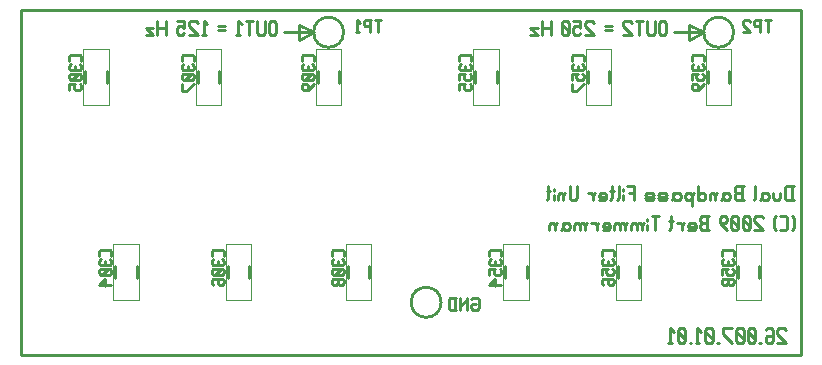
<source format=gbr>
G04 start of page 9 for group -4078 idx -4078 *
G04 Title: 26.007.01.01.01, bottomsilk *
G04 Creator: pcb 20100929 *
G04 CreationDate: Wed Mar 18 07:56:07 2015 UTC *
G04 For: bert *
G04 Format: Gerber/RS-274X *
G04 PCB-Dimensions: 260000 115000 *
G04 PCB-Coordinate-Origin: lower left *
%MOIN*%
%FSLAX25Y25*%
%LNBACKSILK*%
%ADD11C,0.0100*%
%ADD32C,0.0000*%
G54D11*X0Y115000D02*X260000D01*
X97500Y107500D02*X87500D01*
X92500Y110000D02*X97500Y107500D01*
X0Y0D02*Y115000D01*
X260000Y0D02*X0D01*
X97500Y107500D02*X92500Y105000D01*
Y110000D01*
X260000Y115000D02*Y0D01*
X222500Y110000D02*X227500Y107500D01*
X222500Y105000D01*
Y110000D01*
X227500Y107500D02*X217500D01*
X256900Y51500D02*Y56300D01*
X255100D02*X254500Y55700D01*
Y52100D02*Y55700D01*
X255100Y51500D02*X254500Y52100D01*
X255100Y51500D02*X257500D01*
X255100Y56300D02*X257500D01*
X253059Y52100D02*Y53900D01*
Y52100D02*X252459Y51500D01*
X251259D02*X252459D01*
X251259D02*X250659Y52100D01*
Y53900D01*
X247418D02*X246818Y53300D01*
X247418Y53900D02*X248618D01*
X249218Y53300D02*X248618Y53900D01*
X249218Y52100D02*Y53300D01*
Y52100D02*X248618Y51500D01*
X246818Y52100D02*Y53900D01*
Y52100D02*X246218Y51500D01*
X247418D02*X248618D01*
X247418D02*X246818Y52100D01*
X244777D02*Y56300D01*
Y52100D02*X244177Y51500D01*
X238416D02*X240816D01*
X238416D02*X237816Y52100D01*
Y53300D01*
X238416Y53900D02*X237816Y53300D01*
X238416Y53900D02*X240216D01*
Y51500D02*Y56300D01*
X238416D02*X240816D01*
X238416D02*X237816Y55700D01*
Y54500D02*Y55700D01*
X238416Y53900D02*X237816Y54500D01*
X234574Y53900D02*X233974Y53300D01*
X234574Y53900D02*X235774D01*
X236374Y53300D02*X235774Y53900D01*
X236374Y52100D02*Y53300D01*
Y52100D02*X235774Y51500D01*
X233974Y52100D02*Y53900D01*
Y52100D02*X233374Y51500D01*
X234574D02*X235774D01*
X234574D02*X233974Y52100D01*
X231333Y51500D02*Y53300D01*
X230733Y53900D01*
X230133D02*X230733D01*
X230133D02*X229533Y53300D01*
Y51500D02*Y53300D01*
X231933Y53900D02*X231333Y53300D01*
X225692Y51500D02*Y56300D01*
X226292Y51500D02*X225692Y52100D01*
X226292Y51500D02*X227492D01*
X228092Y52100D02*X227492Y51500D01*
X228092Y52100D02*Y53300D01*
X227492Y53900D01*
X226292D02*X227492D01*
X226292D02*X225692Y53300D01*
X223651Y49700D02*Y53300D01*
X224251Y53900D02*X223651Y53300D01*
X223051Y53900D01*
X221851D02*X223051D01*
X221851D02*X221251Y53300D01*
Y52100D02*Y53300D01*
X221851Y51500D02*X221251Y52100D01*
X221851Y51500D02*X223051D01*
X223651Y52100D02*X223051Y51500D01*
X218010Y53900D02*X217410Y53300D01*
X218010Y53900D02*X219210D01*
X219810Y53300D02*X219210Y53900D01*
X219810Y52100D02*Y53300D01*
Y52100D02*X219210Y51500D01*
X217410Y52100D02*Y53900D01*
Y52100D02*X216810Y51500D01*
X218010D02*X219210D01*
X218010D02*X217410Y52100D01*
X212968Y51500D02*X214768D01*
X212968D02*X212368Y52100D01*
X212968Y52700D02*X212368Y52100D01*
X212968Y52700D02*X214768D01*
X215368Y53300D02*X214768Y52700D01*
X215368Y53300D02*X214768Y53900D01*
X212968D02*X214768D01*
X212968D02*X212368Y53300D01*
X215368Y52100D02*X214768Y51500D01*
X208527D02*X210327D01*
X208527D02*X207927Y52100D01*
X208527Y52700D02*X207927Y52100D01*
X208527Y52700D02*X210327D01*
X210927Y53300D02*X210327Y52700D01*
X210927Y53300D02*X210327Y53900D01*
X208527D02*X210327D01*
X208527D02*X207927Y53300D01*
X210927Y52100D02*X210327Y51500D01*
X204326D02*Y56300D01*
X201926D02*X204326D01*
X202526Y53900D02*X204326D01*
X200485Y54500D02*Y55100D01*
Y51500D02*Y53300D01*
X199284Y52100D02*Y56300D01*
Y52100D02*X198684Y51500D01*
X196882Y52100D02*Y56300D01*
Y52100D02*X196282Y51500D01*
Y54500D02*X197482D01*
X192681Y51500D02*X194481D01*
X195081Y52100D02*X194481Y51500D01*
X195081Y52100D02*Y53300D01*
X194481Y53900D01*
X193281D02*X194481D01*
X193281D02*X192681Y53300D01*
Y52700D02*X195081D01*
X192681D02*Y53300D01*
X190640Y51500D02*Y53300D01*
X190040Y53900D01*
X188840D02*X190040D01*
X191240D02*X190640Y53300D01*
X185239Y52100D02*Y56300D01*
Y52100D02*X184639Y51500D01*
X183439D02*X184639D01*
X183439D02*X182839Y52100D01*
Y56300D01*
X180798Y51500D02*Y53300D01*
X180198Y53900D01*
X179598D02*X180198D01*
X179598D02*X178998Y53300D01*
Y51500D02*Y53300D01*
X181398Y53900D02*X180798Y53300D01*
X177556Y54500D02*Y55100D01*
Y51500D02*Y53300D01*
X175755Y52100D02*Y56300D01*
Y52100D02*X175155Y51500D01*
Y54500D02*X176355D01*
X257500Y42100D02*X256900Y41500D01*
X257500Y45700D02*X256900Y46300D01*
X257500Y42100D02*Y45700D01*
X253059Y41500D02*X254859D01*
X255459Y42100D02*X254859Y41500D01*
X255459Y42100D02*Y45700D01*
X254859Y46300D01*
X253059D02*X254859D01*
X251618D02*X251018Y45700D01*
Y42100D02*Y45700D01*
X251618Y41500D02*X251018Y42100D01*
X247417Y45700D02*X246817Y46300D01*
X245017D02*X246817D01*
X245017D02*X244417Y45700D01*
Y44500D02*Y45700D01*
X247417Y41500D02*X244417Y44500D01*
Y41500D02*X247417D01*
X242976Y42100D02*X242376Y41500D01*
X242976Y42100D02*Y45700D01*
X242376Y46300D01*
X241176D02*X242376D01*
X241176D02*X240576Y45700D01*
Y42100D02*Y45700D01*
X241176Y41500D02*X240576Y42100D01*
X241176Y41500D02*X242376D01*
X242976Y42700D02*X240576Y45100D01*
X239134Y42100D02*X238534Y41500D01*
X239134Y42100D02*Y45700D01*
X238534Y46300D01*
X237334D02*X238534D01*
X237334D02*X236734Y45700D01*
Y42100D02*Y45700D01*
X237334Y41500D02*X236734Y42100D01*
X237334Y41500D02*X238534D01*
X239134Y42700D02*X236734Y45100D01*
X235293Y41500D02*X232893Y43900D01*
Y45700D01*
X233493Y46300D02*X232893Y45700D01*
X233493Y46300D02*X234693D01*
X235293Y45700D02*X234693Y46300D01*
X235293Y44500D02*Y45700D01*
Y44500D02*X234693Y43900D01*
X232893D02*X234693D01*
X226892Y41500D02*X229292D01*
X226892D02*X226292Y42100D01*
Y43300D01*
X226892Y43900D02*X226292Y43300D01*
X226892Y43900D02*X228692D01*
Y41500D02*Y46300D01*
X226892D02*X229292D01*
X226892D02*X226292Y45700D01*
Y44500D02*Y45700D01*
X226892Y43900D02*X226292Y44500D01*
X222451Y41500D02*X224251D01*
X224851Y42100D02*X224251Y41500D01*
X224851Y42100D02*Y43300D01*
X224251Y43900D01*
X223051D02*X224251D01*
X223051D02*X222451Y43300D01*
Y42700D02*X224851D01*
X222451D02*Y43300D01*
X220410Y41500D02*Y43300D01*
X219810Y43900D01*
X218610D02*X219810D01*
X221010D02*X220410Y43300D01*
X216568Y42100D02*Y46300D01*
Y42100D02*X215968Y41500D01*
Y44500D02*X217168D01*
X210207Y46300D02*X212607D01*
X211407Y41500D02*Y46300D01*
X208766Y44500D02*Y45100D01*
Y41500D02*Y43300D01*
X206965Y41500D02*Y43300D01*
X206365Y43900D01*
X205765D02*X206365D01*
X205765D02*X205165Y43300D01*
Y41500D02*Y43300D01*
X204565Y43900D01*
X203965D02*X204565D01*
X203965D02*X203365Y43300D01*
Y41500D02*Y43300D01*
X207565Y43900D02*X206965Y43300D01*
X201324Y41500D02*Y43300D01*
X200724Y43900D01*
X200124D02*X200724D01*
X200124D02*X199524Y43300D01*
Y41500D02*Y43300D01*
X198924Y43900D01*
X198324D02*X198924D01*
X198324D02*X197724Y43300D01*
Y41500D02*Y43300D01*
X201924Y43900D02*X201324Y43300D01*
X193882Y41500D02*X195682D01*
X196282Y42100D02*X195682Y41500D01*
X196282Y42100D02*Y43300D01*
X195682Y43900D01*
X194482D02*X195682D01*
X194482D02*X193882Y43300D01*
Y42700D02*X196282D01*
X193882D02*Y43300D01*
X191841Y41500D02*Y43300D01*
X191241Y43900D01*
X190041D02*X191241D01*
X192441D02*X191841Y43300D01*
X188000Y41500D02*Y43300D01*
X187400Y43900D01*
X186800D02*X187400D01*
X186800D02*X186200Y43300D01*
Y41500D02*Y43300D01*
X185600Y43900D01*
X185000D02*X185600D01*
X185000D02*X184400Y43300D01*
Y41500D02*Y43300D01*
X188600Y43900D02*X188000Y43300D01*
X181159Y43900D02*X180559Y43300D01*
X181159Y43900D02*X182359D01*
X182959Y43300D02*X182359Y43900D01*
X182959Y42100D02*Y43300D01*
Y42100D02*X182359Y41500D01*
X180559Y42100D02*Y43900D01*
Y42100D02*X179959Y41500D01*
X181159D02*X182359D01*
X181159D02*X180559Y42100D01*
X177918Y41500D02*Y43300D01*
X177318Y43900D01*
X176718D02*X177318D01*
X176718D02*X176118Y43300D01*
Y41500D02*Y43300D01*
X178518Y43900D02*X177918Y43300D01*
X85000Y107100D02*Y110700D01*
X84400Y111300D01*
X83200D02*X84400D01*
X83200D02*X82600Y110700D01*
Y107100D02*Y110700D01*
X83200Y106500D02*X82600Y107100D01*
X83200Y106500D02*X84400D01*
X85000Y107100D02*X84400Y106500D01*
X81159Y107100D02*Y111300D01*
Y107100D02*X80559Y106500D01*
X79359D02*X80559D01*
X79359D02*X78759Y107100D01*
Y111300D01*
X74918D02*X77318D01*
X76118Y106500D02*Y111300D01*
X71677Y106500D02*X72877D01*
X72277D02*Y111300D01*
X73477Y110100D02*X72277Y111300D01*
X65676Y109500D02*X68076D01*
X65676Y108300D02*X68076D01*
X60274Y106500D02*X61474D01*
X60874D02*Y111300D01*
X62074Y110100D02*X60874Y111300D01*
X58833Y110700D02*X58233Y111300D01*
X56433D02*X58233D01*
X56433D02*X55833Y110700D01*
Y109500D02*Y110700D01*
X58833Y106500D02*X55833Y109500D01*
Y106500D02*X58833D01*
X51992Y111300D02*X54392D01*
Y108900D02*Y111300D01*
Y108900D02*X53792Y109500D01*
X52592D02*X53792D01*
X52592D02*X51992Y108900D01*
Y107100D02*Y108900D01*
X52592Y106500D02*X51992Y107100D01*
X52592Y106500D02*X53792D01*
X54392Y107100D02*X53792Y106500D01*
X48391D02*Y111300D01*
X45391Y106500D02*Y111300D01*
Y108900D02*X48391D01*
X41550D02*X43950D01*
Y106500D02*X41550Y108900D01*
Y106500D02*X43950D01*
X215000Y107100D02*Y110700D01*
X214400Y111300D01*
X213200D02*X214400D01*
X213200D02*X212600Y110700D01*
Y107100D02*Y110700D01*
X213200Y106500D02*X212600Y107100D01*
X213200Y106500D02*X214400D01*
X215000Y107100D02*X214400Y106500D01*
X211159Y107100D02*Y111300D01*
Y107100D02*X210559Y106500D01*
X209359D02*X210559D01*
X209359D02*X208759Y107100D01*
Y111300D01*
X204918D02*X207318D01*
X206118Y106500D02*Y111300D01*
X203477Y110700D02*X202877Y111300D01*
X201077D02*X202877D01*
X201077D02*X200477Y110700D01*
Y109500D02*Y110700D01*
X203477Y106500D02*X200477Y109500D01*
Y106500D02*X203477D01*
X194476Y109500D02*X196876D01*
X194476Y108300D02*X196876D01*
X190874Y110700D02*X190274Y111300D01*
X188474D02*X190274D01*
X188474D02*X187874Y110700D01*
Y109500D02*Y110700D01*
X190874Y106500D02*X187874Y109500D01*
Y106500D02*X190874D01*
X184033Y111300D02*X186433D01*
Y108900D02*Y111300D01*
Y108900D02*X185833Y109500D01*
X184633D02*X185833D01*
X184633D02*X184033Y108900D01*
Y107100D02*Y108900D01*
X184633Y106500D02*X184033Y107100D01*
X184633Y106500D02*X185833D01*
X186433Y107100D02*X185833Y106500D01*
X182592Y107100D02*X181992Y106500D01*
X182592Y107100D02*Y110700D01*
X181992Y111300D01*
X180792D02*X181992D01*
X180792D02*X180192Y110700D01*
Y107100D02*Y110700D01*
X180792Y106500D02*X180192Y107100D01*
X180792Y106500D02*X181992D01*
X182592Y107700D02*X180192Y110100D01*
X176591Y106500D02*Y111300D01*
X173591Y106500D02*Y111300D01*
Y108900D02*X176591D01*
X169750D02*X172150D01*
Y106500D02*X169750Y108900D01*
Y106500D02*X172150D01*
X255000Y8200D02*X254400Y8800D01*
X252600D02*X254400D01*
X252600D02*X252000Y8200D01*
Y7000D02*Y8200D01*
X255000Y4000D02*X252000Y7000D01*
Y4000D02*X255000D01*
X248759Y8800D02*X248159Y8200D01*
X248759Y8800D02*X249959D01*
X250559Y8200D02*X249959Y8800D01*
X250559Y4600D02*Y8200D01*
Y4600D02*X249959Y4000D01*
X248759Y6400D02*X248159Y5800D01*
X248759Y6400D02*X250559D01*
X248759Y4000D02*X249959D01*
X248759D02*X248159Y4600D01*
Y5800D01*
X246118Y4000D02*X246718D01*
X244677Y4600D02*X244077Y4000D01*
X244677Y4600D02*Y8200D01*
X244077Y8800D01*
X242877D02*X244077D01*
X242877D02*X242277Y8200D01*
Y4600D02*Y8200D01*
X242877Y4000D02*X242277Y4600D01*
X242877Y4000D02*X244077D01*
X244677Y5200D02*X242277Y7600D01*
X240836Y4600D02*X240236Y4000D01*
X240836Y4600D02*Y8200D01*
X240236Y8800D01*
X239036D02*X240236D01*
X239036D02*X238436Y8200D01*
Y4600D02*Y8200D01*
X239036Y4000D02*X238436Y4600D01*
X239036Y4000D02*X240236D01*
X240836Y5200D02*X238436Y7600D01*
X236994Y4000D02*X233994Y7000D01*
Y8800D01*
X236994D01*
X231953Y4000D02*X232553D01*
X230512Y4600D02*X229912Y4000D01*
X230512Y4600D02*Y8200D01*
X229912Y8800D01*
X228712D02*X229912D01*
X228712D02*X228112Y8200D01*
Y4600D02*Y8200D01*
X228712Y4000D02*X228112Y4600D01*
X228712Y4000D02*X229912D01*
X230512Y5200D02*X228112Y7600D01*
X224871Y4000D02*X226071D01*
X225471D02*Y8800D01*
X226671Y7600D02*X225471Y8800D01*
X222830Y4000D02*X223430D01*
X221388Y4600D02*X220788Y4000D01*
X221388Y4600D02*Y8200D01*
X220788Y8800D01*
X219588D02*X220788D01*
X219588D02*X218988Y8200D01*
Y4600D02*Y8200D01*
X219588Y4000D02*X218988Y4600D01*
X219588Y4000D02*X220788D01*
X221388Y5200D02*X218988Y7600D01*
X215747Y4000D02*X216947D01*
X216347D02*Y8800D01*
X217547Y7600D02*X216347Y8800D01*
X228957Y94468D02*Y90532D01*
X236043Y94468D02*Y90532D01*
G54D32*X228207Y101774D02*Y83226D01*
X236793Y101774D02*Y83226D01*
X228207Y101774D02*X236793D01*
X228207Y83226D02*X236793D01*
G54D11*X227500Y107500D02*G75*G03X227500Y107500I5000J0D01*G01*
X246043Y29468D02*Y25532D01*
X238957Y29468D02*Y25532D01*
G54D32*X246793Y36774D02*Y18226D01*
X238207Y36774D02*Y18226D01*
X246793D01*
X238207Y36774D02*X246793D01*
G54D11*X198957Y29468D02*Y25532D01*
X206043Y29468D02*Y25532D01*
G54D32*X198207Y36774D02*Y18226D01*
X206793Y36774D02*Y18226D01*
X198207Y36774D02*X206793D01*
X198207Y18226D02*X206793D01*
G54D11*X188957Y94468D02*Y90532D01*
X196043Y94468D02*Y90532D01*
G54D32*X188207Y101774D02*Y83226D01*
X196793Y101774D02*Y83226D01*
X188207Y101774D02*X196793D01*
X188207Y83226D02*X196793D01*
G54D11*X38543Y29468D02*Y25532D01*
X31457Y29468D02*Y25532D01*
G54D32*X39293Y36774D02*Y18226D01*
X30707Y36774D02*Y18226D01*
X39293D01*
X30707Y36774D02*X39293D01*
G54D11*X68957Y29468D02*Y25532D01*
X76043Y29468D02*Y25532D01*
G54D32*X68207Y36774D02*Y18226D01*
X76793Y36774D02*Y18226D01*
X68207Y36774D02*X76793D01*
X68207Y18226D02*X76793D01*
G54D11*X21457Y94468D02*Y90532D01*
X28543Y94468D02*Y90532D01*
G54D32*X20707Y101774D02*Y83226D01*
X29293Y101774D02*Y83226D01*
X20707Y101774D02*X29293D01*
X20707Y83226D02*X29293D01*
G54D11*X151457Y94468D02*Y90532D01*
X158543Y94468D02*Y90532D01*
G54D32*X150707Y101774D02*Y83226D01*
X159293Y101774D02*Y83226D01*
X150707Y101774D02*X159293D01*
X150707Y83226D02*X159293D01*
G54D11*X168543Y29468D02*Y25532D01*
X161457Y29468D02*Y25532D01*
G54D32*X169293Y36774D02*Y18226D01*
X160707Y36774D02*Y18226D01*
X169293D01*
X160707Y36774D02*X169293D01*
G54D11*X116043Y29468D02*Y25532D01*
X108957Y29468D02*Y25532D01*
G54D32*X116793Y36774D02*Y18226D01*
X108207Y36774D02*Y18226D01*
X116793D01*
X108207Y36774D02*X116793D01*
G54D11*X98957Y94468D02*Y90532D01*
X106043Y94468D02*Y90532D01*
G54D32*X98207Y101774D02*Y83226D01*
X106793Y101774D02*Y83226D01*
X98207Y101774D02*X106793D01*
X98207Y83226D02*X106793D01*
G54D11*X130000Y17500D02*G75*G03X130000Y17500I5000J0D01*G01*
X58957Y94468D02*Y90532D01*
X66043Y94468D02*Y90532D01*
G54D32*X58207Y101774D02*Y83226D01*
X66793Y101774D02*Y83226D01*
X58207Y101774D02*X66793D01*
X58207Y83226D02*X66793D01*
G54D11*X97500Y107500D02*G75*G03X97500Y107500I5000J0D01*G01*
X227500Y98000D02*Y99500D01*
X227000Y100000D02*X227500Y99500D01*
X224000Y100000D02*X227000D01*
X224000D02*X223500Y99500D01*
Y98000D02*Y99500D01*
X224000Y96799D02*X223500Y96299D01*
Y95299D02*Y96299D01*
Y95299D02*X224000Y94799D01*
X227000D01*
X227500Y95299D02*X227000Y94799D01*
X227500Y95299D02*Y96299D01*
X227000Y96799D02*X227500Y96299D01*
X225500Y94799D02*Y96299D01*
X223500Y91598D02*Y93598D01*
X225500D01*
X225000Y93098D01*
Y92098D02*Y93098D01*
Y92098D02*X225500Y91598D01*
X227000D01*
X227500Y92098D02*X227000Y91598D01*
X227500Y92098D02*Y93098D01*
X227000Y93598D02*X227500Y93098D01*
Y90397D02*X225500Y88397D01*
X224000D02*X225500D01*
X223500Y88897D02*X224000Y88397D01*
X223500Y88897D02*Y89897D01*
X224000Y90397D02*X223500Y89897D01*
X224000Y90397D02*X225000D01*
X225500Y89897D01*
Y88397D02*Y89897D01*
X248000Y111500D02*X250000D01*
X249000Y107500D02*Y111500D01*
X246299Y107500D02*Y111500D01*
X244799D02*X246799D01*
X244799D02*X244299Y111000D01*
Y110000D02*Y111000D01*
X244799Y109500D02*X244299Y110000D01*
X244799Y109500D02*X246299D01*
X243098Y111000D02*X242598Y111500D01*
X241098D02*X242598D01*
X241098D02*X240598Y111000D01*
Y110000D02*Y111000D01*
X243098Y107500D02*X240598Y110000D01*
Y107500D02*X243098D01*
X237500Y33000D02*Y34500D01*
X237000Y35000D02*X237500Y34500D01*
X234000Y35000D02*X237000D01*
X234000D02*X233500Y34500D01*
Y33000D02*Y34500D01*
X234000Y31799D02*X233500Y31299D01*
Y30299D02*Y31299D01*
Y30299D02*X234000Y29799D01*
X237000D01*
X237500Y30299D02*X237000Y29799D01*
X237500Y30299D02*Y31299D01*
X237000Y31799D02*X237500Y31299D01*
X235500Y29799D02*Y31299D01*
X233500Y26598D02*Y28598D01*
X235500D01*
X235000Y28098D01*
Y27098D02*Y28098D01*
Y27098D02*X235500Y26598D01*
X237000D01*
X237500Y27098D02*X237000Y26598D01*
X237500Y27098D02*Y28098D01*
X237000Y28598D02*X237500Y28098D01*
X237000Y25397D02*X237500Y24897D01*
X236000Y25397D02*X237000D01*
X236000D02*X235500Y24897D01*
Y23897D02*Y24897D01*
Y23897D02*X236000Y23397D01*
X237000D01*
X237500Y23897D02*X237000Y23397D01*
X237500Y23897D02*Y24897D01*
X235000Y25397D02*X235500Y24897D01*
X234000Y25397D02*X235000D01*
X234000D02*X233500Y24897D01*
Y23897D02*Y24897D01*
Y23897D02*X234000Y23397D01*
X235000D01*
X235500Y23897D02*X235000Y23397D01*
X30000Y33000D02*Y34500D01*
X29500Y35000D02*X30000Y34500D01*
X26500Y35000D02*X29500D01*
X26500D02*X26000Y34500D01*
Y33000D02*Y34500D01*
X26500Y31799D02*X26000Y31299D01*
Y30299D02*Y31299D01*
Y30299D02*X26500Y29799D01*
X29500D01*
X30000Y30299D02*X29500Y29799D01*
X30000Y30299D02*Y31299D01*
X29500Y31799D02*X30000Y31299D01*
X28000Y29799D02*Y31299D01*
X29500Y28598D02*X30000Y28098D01*
X26500Y28598D02*X29500D01*
X26500D02*X26000Y28098D01*
Y27098D02*Y28098D01*
Y27098D02*X26500Y26598D01*
X29500D01*
X30000Y27098D02*X29500Y26598D01*
X30000Y27098D02*Y28098D01*
X29000Y28598D02*X27000Y26598D01*
X28000Y25397D02*X26000Y23397D01*
X28000Y22897D02*Y25397D01*
X26000Y23397D02*X30000D01*
X67500Y33000D02*Y34500D01*
X67000Y35000D02*X67500Y34500D01*
X64000Y35000D02*X67000D01*
X64000D02*X63500Y34500D01*
Y33000D02*Y34500D01*
X64000Y31799D02*X63500Y31299D01*
Y30299D02*Y31299D01*
Y30299D02*X64000Y29799D01*
X67000D01*
X67500Y30299D02*X67000Y29799D01*
X67500Y30299D02*Y31299D01*
X67000Y31799D02*X67500Y31299D01*
X65500Y29799D02*Y31299D01*
X67000Y28598D02*X67500Y28098D01*
X64000Y28598D02*X67000D01*
X64000D02*X63500Y28098D01*
Y27098D02*Y28098D01*
Y27098D02*X64000Y26598D01*
X67000D01*
X67500Y27098D02*X67000Y26598D01*
X67500Y27098D02*Y28098D01*
X66500Y28598D02*X64500Y26598D01*
X63500Y23897D02*X64000Y23397D01*
X63500Y23897D02*Y24897D01*
X64000Y25397D02*X63500Y24897D01*
X64000Y25397D02*X67000D01*
X67500Y24897D01*
X65500Y23897D02*X66000Y23397D01*
X65500Y23897D02*Y25397D01*
X67500Y23897D02*Y24897D01*
Y23897D02*X67000Y23397D01*
X66000D02*X67000D01*
X150500Y19000D02*X150000Y18500D01*
X150500Y19000D02*X152000D01*
X152500Y18500D02*X152000Y19000D01*
X152500Y15500D02*Y18500D01*
Y15500D02*X152000Y15000D01*
X150500D02*X152000D01*
X150500D02*X150000Y15500D01*
Y16500D01*
X150500Y17000D02*X150000Y16500D01*
X150500Y17000D02*X151500D01*
X148799Y15000D02*Y19000D01*
Y18500D02*Y19000D01*
Y18500D02*X146299Y16000D01*
Y15000D02*Y19000D01*
X144598Y15000D02*Y19000D01*
X143098D02*X142598Y18500D01*
Y15500D02*Y18500D01*
X143098Y15000D02*X142598Y15500D01*
X143098Y15000D02*X145098D01*
X143098Y19000D02*X145098D01*
X107500Y33000D02*Y34500D01*
X107000Y35000D02*X107500Y34500D01*
X104000Y35000D02*X107000D01*
X104000D02*X103500Y34500D01*
Y33000D02*Y34500D01*
X104000Y31799D02*X103500Y31299D01*
Y30299D02*Y31299D01*
Y30299D02*X104000Y29799D01*
X107000D01*
X107500Y30299D02*X107000Y29799D01*
X107500Y30299D02*Y31299D01*
X107000Y31799D02*X107500Y31299D01*
X105500Y29799D02*Y31299D01*
X107000Y28598D02*X107500Y28098D01*
X104000Y28598D02*X107000D01*
X104000D02*X103500Y28098D01*
Y27098D02*Y28098D01*
Y27098D02*X104000Y26598D01*
X107000D01*
X107500Y27098D02*X107000Y26598D01*
X107500Y27098D02*Y28098D01*
X106500Y28598D02*X104500Y26598D01*
X107000Y25397D02*X107500Y24897D01*
X106000Y25397D02*X107000D01*
X106000D02*X105500Y24897D01*
Y23897D02*Y24897D01*
Y23897D02*X106000Y23397D01*
X107000D01*
X107500Y23897D02*X107000Y23397D01*
X107500Y23897D02*Y24897D01*
X105000Y25397D02*X105500Y24897D01*
X104000Y25397D02*X105000D01*
X104000D02*X103500Y24897D01*
Y23897D02*Y24897D01*
Y23897D02*X104000Y23397D01*
X105000D01*
X105500Y23897D02*X105000Y23397D01*
X187500Y98000D02*Y99500D01*
X187000Y100000D02*X187500Y99500D01*
X184000Y100000D02*X187000D01*
X184000D02*X183500Y99500D01*
Y98000D02*Y99500D01*
X184000Y96799D02*X183500Y96299D01*
Y95299D02*Y96299D01*
Y95299D02*X184000Y94799D01*
X187000D01*
X187500Y95299D02*X187000Y94799D01*
X187500Y95299D02*Y96299D01*
X187000Y96799D02*X187500Y96299D01*
X185500Y94799D02*Y96299D01*
X183500Y91598D02*Y93598D01*
X185500D01*
X185000Y93098D01*
Y92098D02*Y93098D01*
Y92098D02*X185500Y91598D01*
X187000D01*
X187500Y92098D02*X187000Y91598D01*
X187500Y92098D02*Y93098D01*
X187000Y93598D02*X187500Y93098D01*
Y90397D02*X185000Y87897D01*
X183500D02*X185000D01*
X183500D02*Y90397D01*
X150000Y98000D02*Y99500D01*
X149500Y100000D02*X150000Y99500D01*
X146500Y100000D02*X149500D01*
X146500D02*X146000Y99500D01*
Y98000D02*Y99500D01*
X146500Y96799D02*X146000Y96299D01*
Y95299D02*Y96299D01*
Y95299D02*X146500Y94799D01*
X149500D01*
X150000Y95299D02*X149500Y94799D01*
X150000Y95299D02*Y96299D01*
X149500Y96799D02*X150000Y96299D01*
X148000Y94799D02*Y96299D01*
X146000Y91598D02*Y93598D01*
X148000D01*
X147500Y93098D01*
Y92098D02*Y93098D01*
Y92098D02*X148000Y91598D01*
X149500D01*
X150000Y92098D02*X149500Y91598D01*
X150000Y92098D02*Y93098D01*
X149500Y93598D02*X150000Y93098D01*
X146000Y88397D02*Y90397D01*
X148000D01*
X147500Y89897D01*
Y88897D02*Y89897D01*
Y88897D02*X148000Y88397D01*
X149500D01*
X150000Y88897D02*X149500Y88397D01*
X150000Y88897D02*Y89897D01*
X149500Y90397D02*X150000Y89897D01*
X57500Y98000D02*Y99500D01*
X57000Y100000D02*X57500Y99500D01*
X54000Y100000D02*X57000D01*
X54000D02*X53500Y99500D01*
Y98000D02*Y99500D01*
X54000Y96799D02*X53500Y96299D01*
Y95299D02*Y96299D01*
Y95299D02*X54000Y94799D01*
X57000D01*
X57500Y95299D02*X57000Y94799D01*
X57500Y95299D02*Y96299D01*
X57000Y96799D02*X57500Y96299D01*
X55500Y94799D02*Y96299D01*
X57000Y93598D02*X57500Y93098D01*
X54000Y93598D02*X57000D01*
X54000D02*X53500Y93098D01*
Y92098D02*Y93098D01*
Y92098D02*X54000Y91598D01*
X57000D01*
X57500Y92098D02*X57000Y91598D01*
X57500Y92098D02*Y93098D01*
X56500Y93598D02*X54500Y91598D01*
X57500Y90397D02*X55000Y87897D01*
X53500D02*X55000D01*
X53500D02*Y90397D01*
X20000Y98000D02*Y99500D01*
X19500Y100000D02*X20000Y99500D01*
X16500Y100000D02*X19500D01*
X16500D02*X16000Y99500D01*
Y98000D02*Y99500D01*
X16500Y96799D02*X16000Y96299D01*
Y95299D02*Y96299D01*
Y95299D02*X16500Y94799D01*
X19500D01*
X20000Y95299D02*X19500Y94799D01*
X20000Y95299D02*Y96299D01*
X19500Y96799D02*X20000Y96299D01*
X18000Y94799D02*Y96299D01*
X19500Y93598D02*X20000Y93098D01*
X16500Y93598D02*X19500D01*
X16500D02*X16000Y93098D01*
Y92098D02*Y93098D01*
Y92098D02*X16500Y91598D01*
X19500D01*
X20000Y92098D02*X19500Y91598D01*
X20000Y92098D02*Y93098D01*
X19000Y93598D02*X17000Y91598D01*
X16000Y88397D02*Y90397D01*
X18000D01*
X17500Y89897D01*
Y88897D02*Y89897D01*
Y88897D02*X18000Y88397D01*
X19500D01*
X20000Y88897D02*X19500Y88397D01*
X20000Y88897D02*Y89897D01*
X19500Y90397D02*X20000Y89897D01*
X160000Y33000D02*Y34500D01*
X159500Y35000D02*X160000Y34500D01*
X156500Y35000D02*X159500D01*
X156500D02*X156000Y34500D01*
Y33000D02*Y34500D01*
X156500Y31799D02*X156000Y31299D01*
Y30299D02*Y31299D01*
Y30299D02*X156500Y29799D01*
X159500D01*
X160000Y30299D02*X159500Y29799D01*
X160000Y30299D02*Y31299D01*
X159500Y31799D02*X160000Y31299D01*
X158000Y29799D02*Y31299D01*
X156000Y26598D02*Y28598D01*
X158000D01*
X157500Y28098D01*
Y27098D02*Y28098D01*
Y27098D02*X158000Y26598D01*
X159500D01*
X160000Y27098D02*X159500Y26598D01*
X160000Y27098D02*Y28098D01*
X159500Y28598D02*X160000Y28098D01*
X158000Y25397D02*X156000Y23397D01*
X158000Y22897D02*Y25397D01*
X156000Y23397D02*X160000D01*
X197500Y33000D02*Y34500D01*
X197000Y35000D02*X197500Y34500D01*
X194000Y35000D02*X197000D01*
X194000D02*X193500Y34500D01*
Y33000D02*Y34500D01*
X194000Y31799D02*X193500Y31299D01*
Y30299D02*Y31299D01*
Y30299D02*X194000Y29799D01*
X197000D01*
X197500Y30299D02*X197000Y29799D01*
X197500Y30299D02*Y31299D01*
X197000Y31799D02*X197500Y31299D01*
X195500Y29799D02*Y31299D01*
X193500Y26598D02*Y28598D01*
X195500D01*
X195000Y28098D01*
Y27098D02*Y28098D01*
Y27098D02*X195500Y26598D01*
X197000D01*
X197500Y27098D02*X197000Y26598D01*
X197500Y27098D02*Y28098D01*
X197000Y28598D02*X197500Y28098D01*
X193500Y23897D02*X194000Y23397D01*
X193500Y23897D02*Y24897D01*
X194000Y25397D02*X193500Y24897D01*
X194000Y25397D02*X197000D01*
X197500Y24897D01*
X195500Y23897D02*X196000Y23397D01*
X195500Y23897D02*Y25397D01*
X197500Y23897D02*Y24897D01*
Y23897D02*X197000Y23397D01*
X196000D02*X197000D01*
X97500Y98000D02*Y99500D01*
X97000Y100000D02*X97500Y99500D01*
X94000Y100000D02*X97000D01*
X94000D02*X93500Y99500D01*
Y98000D02*Y99500D01*
X94000Y96799D02*X93500Y96299D01*
Y95299D02*Y96299D01*
Y95299D02*X94000Y94799D01*
X97000D01*
X97500Y95299D02*X97000Y94799D01*
X97500Y95299D02*Y96299D01*
X97000Y96799D02*X97500Y96299D01*
X95500Y94799D02*Y96299D01*
X97000Y93598D02*X97500Y93098D01*
X94000Y93598D02*X97000D01*
X94000D02*X93500Y93098D01*
Y92098D02*Y93098D01*
Y92098D02*X94000Y91598D01*
X97000D01*
X97500Y92098D02*X97000Y91598D01*
X97500Y92098D02*Y93098D01*
X96500Y93598D02*X94500Y91598D01*
X97500Y90397D02*X95500Y88397D01*
X94000D02*X95500D01*
X93500Y88897D02*X94000Y88397D01*
X93500Y88897D02*Y89897D01*
X94000Y90397D02*X93500Y89897D01*
X94000Y90397D02*X95000D01*
X95500Y89897D01*
Y88397D02*Y89897D01*
X118000Y111500D02*X120000D01*
X119000Y107500D02*Y111500D01*
X116299Y107500D02*Y111500D01*
X114799D02*X116799D01*
X114799D02*X114299Y111000D01*
Y110000D02*Y111000D01*
X114799Y109500D02*X114299Y110000D01*
X114799Y109500D02*X116299D01*
X111598Y107500D02*X112598D01*
X112098D02*Y111500D01*
X113098Y110500D02*X112098Y111500D01*
M02*

</source>
